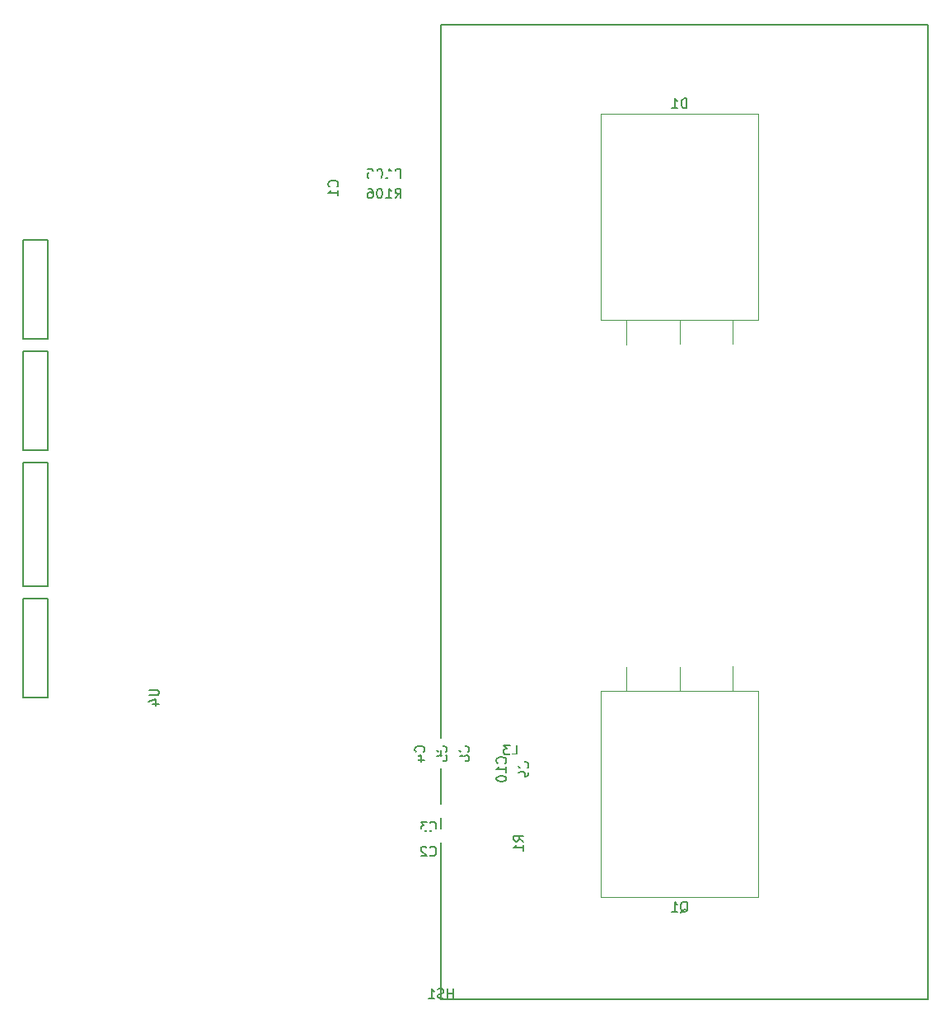
<source format=gbr>
G04 #@! TF.GenerationSoftware,KiCad,Pcbnew,(5.0.0-rc2-39-ga12b9db58)*
G04 #@! TF.CreationDate,2018-05-30T01:27:49-03:00*
G04 #@! TF.ProjectId,Mcc18,4D636331382E6B696361645F70636200,rev?*
G04 #@! TF.SameCoordinates,PX2fb84f0PY2607d70*
G04 #@! TF.FileFunction,Legend,Bot*
G04 #@! TF.FilePolarity,Positive*
%FSLAX46Y46*%
G04 Gerber Fmt 4.6, Leading zero omitted, Abs format (unit mm)*
G04 Created by KiCad (PCBNEW (5.0.0-rc2-39-ga12b9db58)) date Wed May 30 01:27:49 2018*
%MOMM*%
%LPD*%
G01*
G04 APERTURE LIST*
%ADD10C,0.150000*%
%ADD11C,0.120000*%
%ADD12O,2.100000X2.940000*%
%ADD13O,2.700000X1.700000*%
%ADD14O,2.400000X1.600000*%
%ADD15O,4.000000X4.000000*%
%ADD16R,2.500000X4.500000*%
%ADD17O,2.900000X4.900000*%
%ADD18C,2.200000*%
%ADD19R,1.800000X1.800000*%
%ADD20C,5.400000*%
%ADD21C,4.800000*%
%ADD22R,1.400000X1.295000*%
%ADD23O,2.400000X2.305000*%
%ADD24R,2.000000X1.905000*%
%ADD25C,2.600000*%
%ADD26R,1.295000X1.400000*%
%ADD27C,2.800000*%
%ADD28C,10.400000*%
%ADD29C,3.400000*%
G04 APERTURE END LIST*
D10*
G04 #@! TO.C,U4*
X56642000Y-23368000D02*
X56642000Y-33528000D01*
X54102000Y-23368000D02*
X56642000Y-23368000D01*
X54102000Y-33528000D02*
X54102000Y-23368000D01*
X56642000Y-33528000D02*
X54102000Y-33528000D01*
X56642000Y-34798000D02*
X56642000Y-44958000D01*
X54102000Y-34798000D02*
X56642000Y-34798000D01*
X54102000Y-44958000D02*
X54102000Y-34798000D01*
X56642000Y-44958000D02*
X54102000Y-44958000D01*
X56642000Y-44704000D02*
X56642000Y-44958000D01*
X56642000Y-70358000D02*
X56642000Y-60198000D01*
X54102000Y-70358000D02*
X56642000Y-70358000D01*
X54102000Y-60198000D02*
X54102000Y-70358000D01*
X56642000Y-60198000D02*
X54102000Y-60198000D01*
X56642000Y-46228000D02*
X56642000Y-58928000D01*
X56388000Y-46228000D02*
X56642000Y-46228000D01*
X54102000Y-46228000D02*
X56388000Y-46228000D01*
X54102000Y-58928000D02*
X54102000Y-46228000D01*
X56642000Y-58928000D02*
X54102000Y-58928000D01*
G04 #@! TO.C,HS1*
X97028000Y-1346000D02*
X147028000Y-1346000D01*
X147028000Y-101346000D02*
X147028000Y-1346000D01*
X97028000Y-101346000D02*
X147028000Y-101346000D01*
X97028000Y-101346000D02*
X97028000Y-1346000D01*
D11*
G04 #@! TO.C,Q1*
X129598000Y-69730000D02*
X113458000Y-69730000D01*
X129598000Y-90920000D02*
X113458000Y-90920000D01*
X129598000Y-69730000D02*
X129598000Y-90920000D01*
X113458000Y-69730000D02*
X113458000Y-90920000D01*
X126978000Y-67170000D02*
X126978000Y-69730000D01*
X121528000Y-67170000D02*
X121528000Y-69730000D01*
X116078000Y-67170000D02*
X116078000Y-69730000D01*
G04 #@! TO.C,D1*
X126978000Y-34176000D02*
X126978000Y-31616000D01*
X121528000Y-34176000D02*
X121528000Y-31616000D01*
X116078000Y-34176000D02*
X116078000Y-31616000D01*
X129598000Y-31616000D02*
X129598000Y-10426000D01*
X113458000Y-31616000D02*
X113458000Y-10426000D01*
X113458000Y-10426000D02*
X129598000Y-10426000D01*
X113458000Y-31616000D02*
X129598000Y-31616000D01*
G04 #@! TO.C,U4*
D10*
X67024380Y-69596095D02*
X67833904Y-69596095D01*
X67929142Y-69643714D01*
X67976761Y-69691333D01*
X68024380Y-69786571D01*
X68024380Y-69977047D01*
X67976761Y-70072285D01*
X67929142Y-70119904D01*
X67833904Y-70167523D01*
X67024380Y-70167523D01*
X67357714Y-71072285D02*
X68024380Y-71072285D01*
X66976761Y-70834190D02*
X67691047Y-70596095D01*
X67691047Y-71215142D01*
G04 #@! TO.C,HS1*
X98266095Y-101298380D02*
X98266095Y-100298380D01*
X98266095Y-100774571D02*
X97694666Y-100774571D01*
X97694666Y-101298380D02*
X97694666Y-100298380D01*
X97266095Y-101250761D02*
X97123238Y-101298380D01*
X96885142Y-101298380D01*
X96789904Y-101250761D01*
X96742285Y-101203142D01*
X96694666Y-101107904D01*
X96694666Y-101012666D01*
X96742285Y-100917428D01*
X96789904Y-100869809D01*
X96885142Y-100822190D01*
X97075619Y-100774571D01*
X97170857Y-100726952D01*
X97218476Y-100679333D01*
X97266095Y-100584095D01*
X97266095Y-100488857D01*
X97218476Y-100393619D01*
X97170857Y-100346000D01*
X97075619Y-100298380D01*
X96837523Y-100298380D01*
X96694666Y-100346000D01*
X95742285Y-101298380D02*
X96313714Y-101298380D01*
X96028000Y-101298380D02*
X96028000Y-100298380D01*
X96123238Y-100441238D01*
X96218476Y-100536476D01*
X96313714Y-100584095D01*
G04 #@! TO.C,Q1*
X121623238Y-92467619D02*
X121718476Y-92420000D01*
X121813714Y-92324761D01*
X121956571Y-92181904D01*
X122051809Y-92134285D01*
X122147047Y-92134285D01*
X122099428Y-92372380D02*
X122194666Y-92324761D01*
X122289904Y-92229523D01*
X122337523Y-92039047D01*
X122337523Y-91705714D01*
X122289904Y-91515238D01*
X122194666Y-91420000D01*
X122099428Y-91372380D01*
X121908952Y-91372380D01*
X121813714Y-91420000D01*
X121718476Y-91515238D01*
X121670857Y-91705714D01*
X121670857Y-92039047D01*
X121718476Y-92229523D01*
X121813714Y-92324761D01*
X121908952Y-92372380D01*
X122099428Y-92372380D01*
X120718476Y-92372380D02*
X121289904Y-92372380D01*
X121004190Y-92372380D02*
X121004190Y-91372380D01*
X121099428Y-91515238D01*
X121194666Y-91610476D01*
X121289904Y-91658095D01*
G04 #@! TO.C,D1*
X122266095Y-9878380D02*
X122266095Y-8878380D01*
X122028000Y-8878380D01*
X121885142Y-8926000D01*
X121789904Y-9021238D01*
X121742285Y-9116476D01*
X121694666Y-9306952D01*
X121694666Y-9449809D01*
X121742285Y-9640285D01*
X121789904Y-9735523D01*
X121885142Y-9830761D01*
X122028000Y-9878380D01*
X122266095Y-9878380D01*
X120742285Y-9878380D02*
X121313714Y-9878380D01*
X121028000Y-9878380D02*
X121028000Y-8878380D01*
X121123238Y-9021238D01*
X121218476Y-9116476D01*
X121313714Y-9164095D01*
G04 #@! TO.C,C4*
X95227142Y-75984833D02*
X95274761Y-75937214D01*
X95322380Y-75794357D01*
X95322380Y-75699119D01*
X95274761Y-75556261D01*
X95179523Y-75461023D01*
X95084285Y-75413404D01*
X94893809Y-75365785D01*
X94750952Y-75365785D01*
X94560476Y-75413404D01*
X94465238Y-75461023D01*
X94370000Y-75556261D01*
X94322380Y-75699119D01*
X94322380Y-75794357D01*
X94370000Y-75937214D01*
X94417619Y-75984833D01*
X94655714Y-76841976D02*
X95322380Y-76841976D01*
X94274761Y-76603880D02*
X94989047Y-76365785D01*
X94989047Y-76984833D01*
G04 #@! TO.C,L3*
X104306666Y-76270380D02*
X104782857Y-76270380D01*
X104782857Y-75270380D01*
X104068571Y-75270380D02*
X103449523Y-75270380D01*
X103782857Y-75651333D01*
X103640000Y-75651333D01*
X103544761Y-75698952D01*
X103497142Y-75746571D01*
X103449523Y-75841809D01*
X103449523Y-76079904D01*
X103497142Y-76175142D01*
X103544761Y-76222761D01*
X103640000Y-76270380D01*
X103925714Y-76270380D01*
X104020952Y-76222761D01*
X104068571Y-76175142D01*
G04 #@! TO.C,C5*
X97513142Y-75984833D02*
X97560761Y-75937214D01*
X97608380Y-75794357D01*
X97608380Y-75699119D01*
X97560761Y-75556261D01*
X97465523Y-75461023D01*
X97370285Y-75413404D01*
X97179809Y-75365785D01*
X97036952Y-75365785D01*
X96846476Y-75413404D01*
X96751238Y-75461023D01*
X96656000Y-75556261D01*
X96608380Y-75699119D01*
X96608380Y-75794357D01*
X96656000Y-75937214D01*
X96703619Y-75984833D01*
X96608380Y-76889595D02*
X96608380Y-76413404D01*
X97084571Y-76365785D01*
X97036952Y-76413404D01*
X96989333Y-76508642D01*
X96989333Y-76746738D01*
X97036952Y-76841976D01*
X97084571Y-76889595D01*
X97179809Y-76937214D01*
X97417904Y-76937214D01*
X97513142Y-76889595D01*
X97560761Y-76841976D01*
X97608380Y-76746738D01*
X97608380Y-76508642D01*
X97560761Y-76413404D01*
X97513142Y-76365785D01*
G04 #@! TO.C,C2*
X95876166Y-86589142D02*
X95923785Y-86636761D01*
X96066642Y-86684380D01*
X96161880Y-86684380D01*
X96304738Y-86636761D01*
X96399976Y-86541523D01*
X96447595Y-86446285D01*
X96495214Y-86255809D01*
X96495214Y-86112952D01*
X96447595Y-85922476D01*
X96399976Y-85827238D01*
X96304738Y-85732000D01*
X96161880Y-85684380D01*
X96066642Y-85684380D01*
X95923785Y-85732000D01*
X95876166Y-85779619D01*
X95495214Y-85779619D02*
X95447595Y-85732000D01*
X95352357Y-85684380D01*
X95114261Y-85684380D01*
X95019023Y-85732000D01*
X94971404Y-85779619D01*
X94923785Y-85874857D01*
X94923785Y-85970095D01*
X94971404Y-86112952D01*
X95542833Y-86684380D01*
X94923785Y-86684380D01*
G04 #@! TO.C,C10*
X103609142Y-77129642D02*
X103656761Y-77082023D01*
X103704380Y-76939166D01*
X103704380Y-76843928D01*
X103656761Y-76701071D01*
X103561523Y-76605833D01*
X103466285Y-76558214D01*
X103275809Y-76510595D01*
X103132952Y-76510595D01*
X102942476Y-76558214D01*
X102847238Y-76605833D01*
X102752000Y-76701071D01*
X102704380Y-76843928D01*
X102704380Y-76939166D01*
X102752000Y-77082023D01*
X102799619Y-77129642D01*
X103704380Y-78082023D02*
X103704380Y-77510595D01*
X103704380Y-77796309D02*
X102704380Y-77796309D01*
X102847238Y-77701071D01*
X102942476Y-77605833D01*
X102990095Y-77510595D01*
X102704380Y-78701071D02*
X102704380Y-78796309D01*
X102752000Y-78891547D01*
X102799619Y-78939166D01*
X102894857Y-78986785D01*
X103085333Y-79034404D01*
X103323428Y-79034404D01*
X103513904Y-78986785D01*
X103609142Y-78939166D01*
X103656761Y-78891547D01*
X103704380Y-78796309D01*
X103704380Y-78701071D01*
X103656761Y-78605833D01*
X103609142Y-78558214D01*
X103513904Y-78510595D01*
X103323428Y-78462976D01*
X103085333Y-78462976D01*
X102894857Y-78510595D01*
X102799619Y-78558214D01*
X102752000Y-78605833D01*
X102704380Y-78701071D01*
G04 #@! TO.C,C8*
X99799142Y-75984833D02*
X99846761Y-75937214D01*
X99894380Y-75794357D01*
X99894380Y-75699119D01*
X99846761Y-75556261D01*
X99751523Y-75461023D01*
X99656285Y-75413404D01*
X99465809Y-75365785D01*
X99322952Y-75365785D01*
X99132476Y-75413404D01*
X99037238Y-75461023D01*
X98942000Y-75556261D01*
X98894380Y-75699119D01*
X98894380Y-75794357D01*
X98942000Y-75937214D01*
X98989619Y-75984833D01*
X99322952Y-76556261D02*
X99275333Y-76461023D01*
X99227714Y-76413404D01*
X99132476Y-76365785D01*
X99084857Y-76365785D01*
X98989619Y-76413404D01*
X98942000Y-76461023D01*
X98894380Y-76556261D01*
X98894380Y-76746738D01*
X98942000Y-76841976D01*
X98989619Y-76889595D01*
X99084857Y-76937214D01*
X99132476Y-76937214D01*
X99227714Y-76889595D01*
X99275333Y-76841976D01*
X99322952Y-76746738D01*
X99322952Y-76556261D01*
X99370571Y-76461023D01*
X99418190Y-76413404D01*
X99513428Y-76365785D01*
X99703904Y-76365785D01*
X99799142Y-76413404D01*
X99846761Y-76461023D01*
X99894380Y-76556261D01*
X99894380Y-76746738D01*
X99846761Y-76841976D01*
X99799142Y-76889595D01*
X99703904Y-76937214D01*
X99513428Y-76937214D01*
X99418190Y-76889595D01*
X99370571Y-76841976D01*
X99322952Y-76746738D01*
G04 #@! TO.C,C9*
X105895142Y-77605833D02*
X105942761Y-77558214D01*
X105990380Y-77415357D01*
X105990380Y-77320119D01*
X105942761Y-77177261D01*
X105847523Y-77082023D01*
X105752285Y-77034404D01*
X105561809Y-76986785D01*
X105418952Y-76986785D01*
X105228476Y-77034404D01*
X105133238Y-77082023D01*
X105038000Y-77177261D01*
X104990380Y-77320119D01*
X104990380Y-77415357D01*
X105038000Y-77558214D01*
X105085619Y-77605833D01*
X105990380Y-78082023D02*
X105990380Y-78272500D01*
X105942761Y-78367738D01*
X105895142Y-78415357D01*
X105752285Y-78510595D01*
X105561809Y-78558214D01*
X105180857Y-78558214D01*
X105085619Y-78510595D01*
X105038000Y-78462976D01*
X104990380Y-78367738D01*
X104990380Y-78177261D01*
X105038000Y-78082023D01*
X105085619Y-78034404D01*
X105180857Y-77986785D01*
X105418952Y-77986785D01*
X105514190Y-78034404D01*
X105561809Y-78082023D01*
X105609428Y-78177261D01*
X105609428Y-78367738D01*
X105561809Y-78462976D01*
X105514190Y-78510595D01*
X105418952Y-78558214D01*
G04 #@! TO.C,C1*
X86337142Y-17915833D02*
X86384761Y-17868214D01*
X86432380Y-17725357D01*
X86432380Y-17630119D01*
X86384761Y-17487261D01*
X86289523Y-17392023D01*
X86194285Y-17344404D01*
X86003809Y-17296785D01*
X85860952Y-17296785D01*
X85670476Y-17344404D01*
X85575238Y-17392023D01*
X85480000Y-17487261D01*
X85432380Y-17630119D01*
X85432380Y-17725357D01*
X85480000Y-17868214D01*
X85527619Y-17915833D01*
X86432380Y-18868214D02*
X86432380Y-18296785D01*
X86432380Y-18582500D02*
X85432380Y-18582500D01*
X85575238Y-18487261D01*
X85670476Y-18392023D01*
X85718095Y-18296785D01*
G04 #@! TO.C,C3*
X95876166Y-84049142D02*
X95923785Y-84096761D01*
X96066642Y-84144380D01*
X96161880Y-84144380D01*
X96304738Y-84096761D01*
X96399976Y-84001523D01*
X96447595Y-83906285D01*
X96495214Y-83715809D01*
X96495214Y-83572952D01*
X96447595Y-83382476D01*
X96399976Y-83287238D01*
X96304738Y-83192000D01*
X96161880Y-83144380D01*
X96066642Y-83144380D01*
X95923785Y-83192000D01*
X95876166Y-83239619D01*
X95542833Y-83144380D02*
X94923785Y-83144380D01*
X95257119Y-83525333D01*
X95114261Y-83525333D01*
X95019023Y-83572952D01*
X94971404Y-83620571D01*
X94923785Y-83715809D01*
X94923785Y-83953904D01*
X94971404Y-84049142D01*
X95019023Y-84096761D01*
X95114261Y-84144380D01*
X95399976Y-84144380D01*
X95495214Y-84096761D01*
X95542833Y-84049142D01*
G04 #@! TO.C,R1*
X105482380Y-85177333D02*
X105006190Y-84844000D01*
X105482380Y-84605904D02*
X104482380Y-84605904D01*
X104482380Y-84986857D01*
X104530000Y-85082095D01*
X104577619Y-85129714D01*
X104672857Y-85177333D01*
X104815714Y-85177333D01*
X104910952Y-85129714D01*
X104958571Y-85082095D01*
X105006190Y-84986857D01*
X105006190Y-84605904D01*
X105482380Y-86129714D02*
X105482380Y-85558285D01*
X105482380Y-85844000D02*
X104482380Y-85844000D01*
X104625238Y-85748761D01*
X104720476Y-85653523D01*
X104768095Y-85558285D01*
G04 #@! TO.C,R105*
X92305047Y-17088380D02*
X92638380Y-16612190D01*
X92876476Y-17088380D02*
X92876476Y-16088380D01*
X92495523Y-16088380D01*
X92400285Y-16136000D01*
X92352666Y-16183619D01*
X92305047Y-16278857D01*
X92305047Y-16421714D01*
X92352666Y-16516952D01*
X92400285Y-16564571D01*
X92495523Y-16612190D01*
X92876476Y-16612190D01*
X91352666Y-17088380D02*
X91924095Y-17088380D01*
X91638380Y-17088380D02*
X91638380Y-16088380D01*
X91733619Y-16231238D01*
X91828857Y-16326476D01*
X91924095Y-16374095D01*
X90733619Y-16088380D02*
X90638380Y-16088380D01*
X90543142Y-16136000D01*
X90495523Y-16183619D01*
X90447904Y-16278857D01*
X90400285Y-16469333D01*
X90400285Y-16707428D01*
X90447904Y-16897904D01*
X90495523Y-16993142D01*
X90543142Y-17040761D01*
X90638380Y-17088380D01*
X90733619Y-17088380D01*
X90828857Y-17040761D01*
X90876476Y-16993142D01*
X90924095Y-16897904D01*
X90971714Y-16707428D01*
X90971714Y-16469333D01*
X90924095Y-16278857D01*
X90876476Y-16183619D01*
X90828857Y-16136000D01*
X90733619Y-16088380D01*
X89495523Y-16088380D02*
X89971714Y-16088380D01*
X90019333Y-16564571D01*
X89971714Y-16516952D01*
X89876476Y-16469333D01*
X89638380Y-16469333D01*
X89543142Y-16516952D01*
X89495523Y-16564571D01*
X89447904Y-16659809D01*
X89447904Y-16897904D01*
X89495523Y-16993142D01*
X89543142Y-17040761D01*
X89638380Y-17088380D01*
X89876476Y-17088380D01*
X89971714Y-17040761D01*
X90019333Y-16993142D01*
G04 #@! TO.C,R106*
X92305047Y-19120380D02*
X92638380Y-18644190D01*
X92876476Y-19120380D02*
X92876476Y-18120380D01*
X92495523Y-18120380D01*
X92400285Y-18168000D01*
X92352666Y-18215619D01*
X92305047Y-18310857D01*
X92305047Y-18453714D01*
X92352666Y-18548952D01*
X92400285Y-18596571D01*
X92495523Y-18644190D01*
X92876476Y-18644190D01*
X91352666Y-19120380D02*
X91924095Y-19120380D01*
X91638380Y-19120380D02*
X91638380Y-18120380D01*
X91733619Y-18263238D01*
X91828857Y-18358476D01*
X91924095Y-18406095D01*
X90733619Y-18120380D02*
X90638380Y-18120380D01*
X90543142Y-18168000D01*
X90495523Y-18215619D01*
X90447904Y-18310857D01*
X90400285Y-18501333D01*
X90400285Y-18739428D01*
X90447904Y-18929904D01*
X90495523Y-19025142D01*
X90543142Y-19072761D01*
X90638380Y-19120380D01*
X90733619Y-19120380D01*
X90828857Y-19072761D01*
X90876476Y-19025142D01*
X90924095Y-18929904D01*
X90971714Y-18739428D01*
X90971714Y-18501333D01*
X90924095Y-18310857D01*
X90876476Y-18215619D01*
X90828857Y-18168000D01*
X90733619Y-18120380D01*
X89543142Y-18120380D02*
X89733619Y-18120380D01*
X89828857Y-18168000D01*
X89876476Y-18215619D01*
X89971714Y-18358476D01*
X90019333Y-18548952D01*
X90019333Y-18929904D01*
X89971714Y-19025142D01*
X89924095Y-19072761D01*
X89828857Y-19120380D01*
X89638380Y-19120380D01*
X89543142Y-19072761D01*
X89495523Y-19025142D01*
X89447904Y-18929904D01*
X89447904Y-18691809D01*
X89495523Y-18596571D01*
X89543142Y-18548952D01*
X89638380Y-18501333D01*
X89828857Y-18501333D01*
X89924095Y-18548952D01*
X89971714Y-18596571D01*
X90019333Y-18691809D01*
G04 #@! TD*
%LPC*%
D12*
G04 #@! TO.C,U1*
X73914000Y-9652000D03*
X71374000Y-9652000D03*
X76454000Y-9652000D03*
D13*
X84074000Y-18948400D03*
X84074000Y-17018000D03*
X84074000Y-15087600D03*
X84074000Y-13157200D03*
D12*
X76454000Y-22352000D03*
X71374000Y-22352000D03*
X73914000Y-22352000D03*
G04 #@! TD*
D14*
G04 #@! TO.C,U4*
X55372000Y-24638000D03*
X55372000Y-69088000D03*
X55372000Y-66548000D03*
X55372000Y-64008000D03*
X55372000Y-61468000D03*
X55372000Y-57658000D03*
X55372000Y-55118000D03*
X55372000Y-52578000D03*
X55372000Y-50038000D03*
X55372000Y-47498000D03*
X55372000Y-43688000D03*
X55372000Y-41148000D03*
X55372000Y-38608000D03*
X55372000Y-36068000D03*
X55372000Y-32258000D03*
X55372000Y-29718000D03*
X55372000Y-27178000D03*
G04 #@! TD*
D15*
G04 #@! TO.C,Q1*
X121528000Y-84630000D03*
D16*
X126978000Y-64770000D03*
D17*
X121528000Y-64770000D03*
X116078000Y-64770000D03*
G04 #@! TD*
G04 #@! TO.C,D1*
X126978000Y-36576000D03*
X121528000Y-36576000D03*
D16*
X116078000Y-36576000D03*
D15*
X121528000Y-16716000D03*
G04 #@! TD*
D18*
G04 #@! TO.C,U2*
X109728000Y-84074000D03*
D19*
X109728000Y-86614000D03*
D18*
X109728000Y-71374000D03*
X109728000Y-81534000D03*
X109728000Y-78994000D03*
X109728000Y-73914000D03*
X109728000Y-76454000D03*
G04 #@! TD*
D20*
G04 #@! TO.C,L1*
X74168000Y-60960000D03*
X74168000Y-31877000D03*
X103251000Y-60960000D03*
X103251000Y-31877000D03*
G04 #@! TD*
D21*
G04 #@! TO.C,U5*
X12319000Y-75056000D03*
X22987000Y-6477000D03*
X37187274Y-31369000D03*
D14*
X42418000Y-5334000D03*
X42418000Y-7874000D03*
X42418000Y-10414000D03*
X42418000Y-12954000D03*
X42418000Y-15494000D03*
X42418000Y-18034000D03*
X42418000Y-20574000D03*
X42418000Y-23114000D03*
X42418000Y-25654000D03*
X42418000Y-30734000D03*
X42418000Y-33274000D03*
X42418000Y-35814000D03*
X42418000Y-38354000D03*
X42418000Y-40894000D03*
X42418000Y-43434000D03*
X42418000Y-45974000D03*
X42418000Y-48514000D03*
X42418000Y-51054000D03*
X42418000Y-53594000D03*
X42418000Y-56134000D03*
X42418000Y-58674000D03*
X42418000Y-61214000D03*
X42418000Y-63754000D03*
X42418000Y-66294000D03*
X42418000Y-68834000D03*
X42418000Y-71374000D03*
X42418000Y-73914000D03*
X42418000Y-76454000D03*
X42418000Y-78994000D03*
X42418000Y-85344000D03*
X42418000Y-87884000D03*
X42418000Y-90424000D03*
X42418000Y-92964000D03*
X42418000Y-95504000D03*
X42418000Y-98044000D03*
X42418000Y-100584000D03*
X42418000Y-103124000D03*
G04 #@! TD*
D22*
G04 #@! TO.C,C4*
X96520000Y-75184000D03*
X96520000Y-77119000D03*
G04 #@! TD*
D23*
G04 #@! TO.C,U3*
X93472000Y-74168000D03*
X93472000Y-76708000D03*
D24*
X93472000Y-79248000D03*
G04 #@! TD*
D25*
G04 #@! TO.C,Ci2*
X170180000Y-34304000D03*
X170180000Y-19304000D03*
G04 #@! TD*
G04 #@! TO.C,Ci1*
X180340000Y-34304000D03*
X180340000Y-19304000D03*
G04 #@! TD*
G04 #@! TO.C,Ci3*
X160020000Y-34304000D03*
X160020000Y-19304000D03*
G04 #@! TD*
D26*
G04 #@! TO.C,L3*
X105107500Y-74168000D03*
X103172500Y-74168000D03*
G04 #@! TD*
D22*
G04 #@! TO.C,C5*
X98806000Y-77119000D03*
X98806000Y-75184000D03*
G04 #@! TD*
D26*
G04 #@! TO.C,C2*
X94742000Y-84582000D03*
X96677000Y-84582000D03*
G04 #@! TD*
D22*
G04 #@! TO.C,C10*
X104902000Y-78740000D03*
X104902000Y-76805000D03*
G04 #@! TD*
G04 #@! TO.C,C8*
X101092000Y-75184000D03*
X101092000Y-77119000D03*
G04 #@! TD*
G04 #@! TO.C,C9*
X107188000Y-78740000D03*
X107188000Y-76805000D03*
G04 #@! TD*
G04 #@! TO.C,C1*
X87630000Y-19050000D03*
X87630000Y-17115000D03*
G04 #@! TD*
D26*
G04 #@! TO.C,C3*
X96677000Y-82042000D03*
X94742000Y-82042000D03*
G04 #@! TD*
D27*
G04 #@! TO.C,Co2*
X164592000Y-67750000D03*
X164592000Y-95250000D03*
G04 #@! TD*
G04 #@! TO.C,Cc1*
X177292000Y-64770000D03*
X177292000Y-37270000D03*
G04 #@! TD*
G04 #@! TO.C,Cc2*
X164592000Y-37270000D03*
X164592000Y-64770000D03*
G04 #@! TD*
G04 #@! TO.C,Cc3*
X151892000Y-64770000D03*
X151892000Y-37270000D03*
G04 #@! TD*
G04 #@! TO.C,Co1*
X177292000Y-67750000D03*
X177292000Y-95250000D03*
G04 #@! TD*
G04 #@! TO.C,Cc4*
X139192000Y-64770000D03*
X139192000Y-37270000D03*
G04 #@! TD*
G04 #@! TO.C,Co3*
X151892000Y-67750000D03*
X151892000Y-95250000D03*
G04 #@! TD*
D28*
G04 #@! TO.C,Screw4*
X190164000Y-90094000D03*
G04 #@! TD*
G04 #@! TO.C,Screw3*
X190164000Y-65094000D03*
G04 #@! TD*
G04 #@! TO.C,Screw2*
X190164000Y-40094000D03*
G04 #@! TD*
G04 #@! TO.C,Screw1*
X190164000Y-15094000D03*
G04 #@! TD*
D29*
G04 #@! TO.C,F1*
X183235600Y-7493000D03*
X160782000Y-7493000D03*
G04 #@! TD*
D22*
G04 #@! TO.C,R1*
X106680000Y-86311500D03*
X106680000Y-84376500D03*
G04 #@! TD*
D26*
G04 #@! TO.C,R105*
X92153500Y-14986000D03*
X90218500Y-14986000D03*
G04 #@! TD*
G04 #@! TO.C,R106*
X90218500Y-17018000D03*
X92153500Y-17018000D03*
G04 #@! TD*
M02*

</source>
